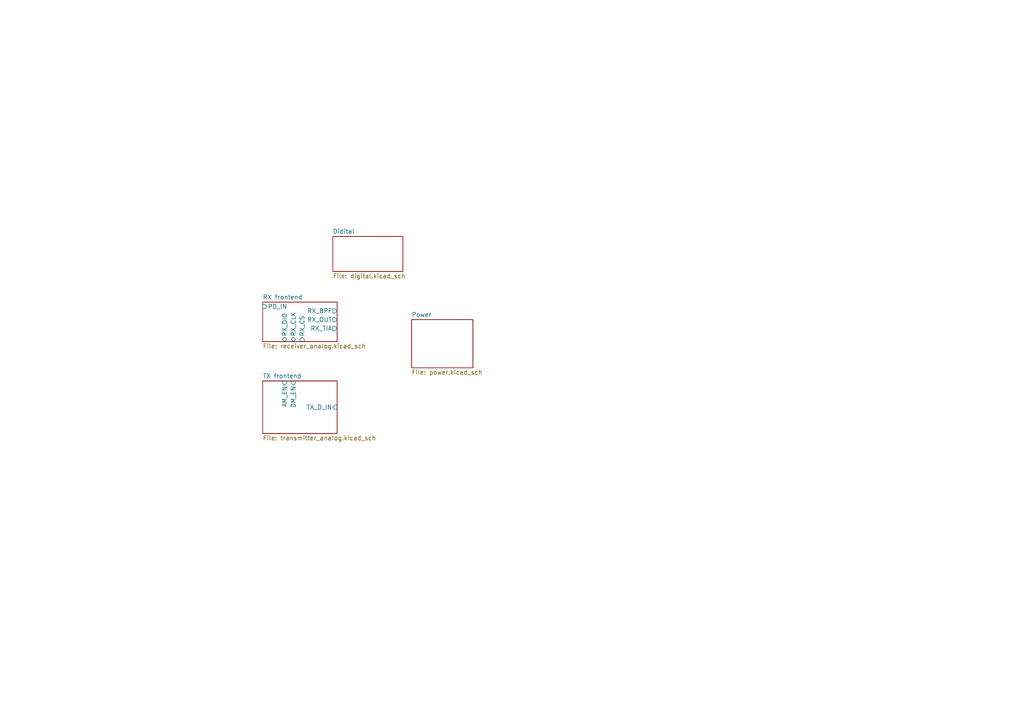
<source format=kicad_sch>
(kicad_sch
	(version 20250114)
	(generator "eeschema")
	(generator_version "9.0")
	(uuid "e16e01f0-0bad-4b53-aa1c-049f3dd485f3")
	(paper "A4")
	(lib_symbols)
	(sheet
		(at 76.2 110.49)
		(size 21.59 15.24)
		(exclude_from_sim no)
		(in_bom yes)
		(on_board yes)
		(dnp no)
		(fields_autoplaced yes)
		(stroke
			(width 0.1524)
			(type solid)
		)
		(fill
			(color 0 0 0 0.0000)
		)
		(uuid "0fd80b90-714e-4b5a-a7b6-8a4fdb31fb36")
		(property "Sheetname" "TX frontend"
			(at 76.2 109.7784 0)
			(effects
				(font
					(size 1.27 1.27)
				)
				(justify left bottom)
			)
		)
		(property "Sheetfile" "transmitter_analog.kicad_sch"
			(at 76.2 126.3146 0)
			(effects
				(font
					(size 1.27 1.27)
				)
				(justify left top)
			)
		)
		(pin "AM_EN" input
			(at 82.55 110.49 90)
			(uuid "a68fcaab-b0f3-4274-9765-34e63da528dd")
			(effects
				(font
					(size 1.27 1.27)
				)
				(justify right)
			)
		)
		(pin "DM_EN" input
			(at 85.09 110.49 90)
			(uuid "e96cfae1-1571-48fa-9618-d7dcfe57ff1b")
			(effects
				(font
					(size 1.27 1.27)
				)
				(justify right)
			)
		)
		(pin "TX_D_IN" input
			(at 97.79 118.11 0)
			(uuid "e1fc148d-3e98-436a-86c8-dc33239ff270")
			(effects
				(font
					(size 1.27 1.27)
				)
				(justify right)
			)
		)
		(instances
			(project "laserboard"
				(path "/e16e01f0-0bad-4b53-aa1c-049f3dd485f3"
					(page "3")
				)
			)
		)
	)
	(sheet
		(at 76.2 87.63)
		(size 21.59 11.43)
		(exclude_from_sim no)
		(in_bom yes)
		(on_board yes)
		(dnp no)
		(fields_autoplaced yes)
		(stroke
			(width 0.1524)
			(type solid)
		)
		(fill
			(color 0 0 0 0.0000)
		)
		(uuid "8fd4e732-cf2a-4077-8e50-6460ba0cc0d9")
		(property "Sheetname" "RX frontend"
			(at 76.2 86.9184 0)
			(effects
				(font
					(size 1.27 1.27)
				)
				(justify left bottom)
			)
		)
		(property "Sheetfile" "receiver_analog.kicad_sch"
			(at 76.2 99.6446 0)
			(effects
				(font
					(size 1.27 1.27)
				)
				(justify left top)
			)
		)
		(pin "RX_BPF" output
			(at 97.79 90.17 0)
			(uuid "d190ab87-311c-44bb-bdc8-573120670e2e")
			(effects
				(font
					(size 1.27 1.27)
				)
				(justify right)
			)
		)
		(pin "RX_CS" input
			(at 87.63 99.06 270)
			(uuid "319a1cf9-6642-4dc1-80b4-71c809be9e87")
			(effects
				(font
					(size 1.27 1.27)
				)
				(justify left)
			)
		)
		(pin "RX_CLK" bidirectional
			(at 85.09 99.06 270)
			(uuid "256bbf92-1d52-4b00-98cc-4d11a8bea2f9")
			(effects
				(font
					(size 1.27 1.27)
				)
				(justify left)
			)
		)
		(pin "RX_DIO" bidirectional
			(at 82.55 99.06 270)
			(uuid "d99dff1f-dc99-46de-8a69-6b9a6edff2eb")
			(effects
				(font
					(size 1.27 1.27)
				)
				(justify left)
			)
		)
		(pin "RX_OUT" output
			(at 97.79 92.71 0)
			(uuid "a2081781-6da3-4b40-92f3-240e010588ba")
			(effects
				(font
					(size 1.27 1.27)
				)
				(justify right)
			)
		)
		(pin "RX_TIA" output
			(at 97.79 95.25 0)
			(uuid "c4023011-df46-49a0-a58a-e3465cff73a9")
			(effects
				(font
					(size 1.27 1.27)
				)
				(justify right)
			)
		)
		(pin "PD_IN" input
			(at 76.2 88.9 180)
			(uuid "924829d7-5999-4160-b3d8-d768f4078751")
			(effects
				(font
					(size 1.27 1.27)
				)
				(justify left)
			)
		)
		(instances
			(project "laserboard"
				(path "/e16e01f0-0bad-4b53-aa1c-049f3dd485f3"
					(page "2")
				)
			)
		)
	)
	(sheet
		(at 119.38 92.71)
		(size 17.78 13.97)
		(exclude_from_sim no)
		(in_bom yes)
		(on_board yes)
		(dnp no)
		(fields_autoplaced yes)
		(stroke
			(width 0.1524)
			(type solid)
		)
		(fill
			(color 0 0 0 0.0000)
		)
		(uuid "d1adce5e-e518-4772-9792-6a9c80b4b037")
		(property "Sheetname" "Power"
			(at 119.38 91.9984 0)
			(effects
				(font
					(size 1.27 1.27)
				)
				(justify left bottom)
			)
		)
		(property "Sheetfile" "power.kicad_sch"
			(at 119.38 107.2646 0)
			(effects
				(font
					(size 1.27 1.27)
				)
				(justify left top)
			)
		)
		(instances
			(project "laserboard"
				(path "/e16e01f0-0bad-4b53-aa1c-049f3dd485f3"
					(page "5")
				)
			)
		)
	)
	(sheet
		(at 96.52 68.58)
		(size 20.32 10.16)
		(exclude_from_sim no)
		(in_bom yes)
		(on_board yes)
		(dnp no)
		(fields_autoplaced yes)
		(stroke
			(width 0.1524)
			(type solid)
		)
		(fill
			(color 0 0 0 0.0000)
		)
		(uuid "f8a0f1b8-fb9a-4e27-8552-e224cd41ea02")
		(property "Sheetname" "Didital"
			(at 96.52 67.8684 0)
			(effects
				(font
					(size 1.27 1.27)
				)
				(justify left bottom)
			)
		)
		(property "Sheetfile" "digital.kicad_sch"
			(at 96.52 79.3246 0)
			(effects
				(font
					(size 1.27 1.27)
				)
				(justify left top)
			)
		)
		(instances
			(project "laserboard"
				(path "/e16e01f0-0bad-4b53-aa1c-049f3dd485f3"
					(page "4")
				)
			)
		)
	)
	(sheet_instances
		(path "/"
			(page "1")
		)
	)
	(embedded_fonts no)
)

</source>
